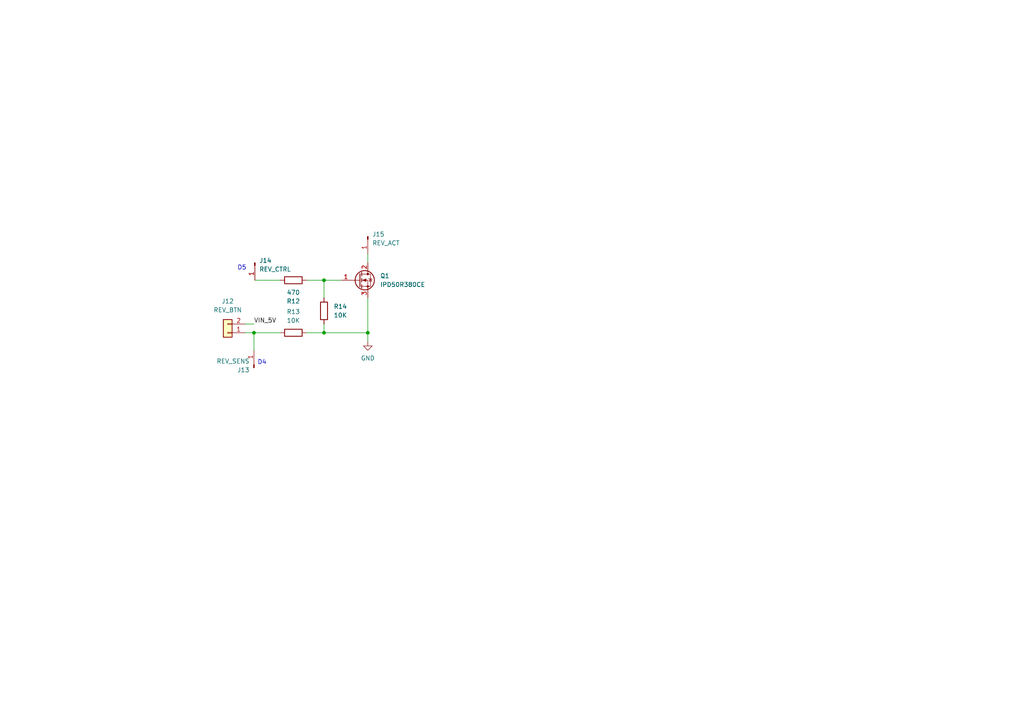
<source format=kicad_sch>
(kicad_sch (version 20211123) (generator eeschema)
  (paper "A4")
  (lib_symbols
    (symbol "Connector:Conn_01x01_Male" (pin_names (offset 1.016) hide)
      (property "Reference" "J" (at 0 2.54 0))
      (property "Value" "Conn_01x01_Male" (at 0 -2.54 0))
      (symbol "Conn_01x01_Male_1_1"
        (polyline (pts (xy 1.27 0) (xy 0.8636 0)) (stroke (width 0.1524)))
        (rectangle (start 0.8636 0.127) (end 0 -0.127) (stroke (width 0.1524)) (fill (type outline)))
        (pin passive line (at 5.08 0 180) (length 3.81) (name "Pin_1") (number "1"))
      )
    )
    (symbol "Connector_Generic:Conn_01x02" (pin_names (offset 1.016) hide)
      (property "Reference" "J" (at 0 2.54 0))
      (property "Value" "Conn_01x02" (at 0 -5.08 0))
      (symbol "Conn_01x02_1_1"
        (rectangle (start -1.27 -2.413) (end 0 -2.667) (stroke (width 0.1524)))
        (rectangle (start -1.27 0.127) (end 0 -0.127) (stroke (width 0.1524)))
        (rectangle (start -1.27 1.27) (end 1.27 -3.81) (stroke (width 0.254)) (fill (type background)))
        (pin passive line (at -5.08 0 0) (length 3.81) (name "Pin_1") (number "1"))
        (pin passive line (at -5.08 -2.54 0) (length 3.81) (name "Pin_2") (number "2"))
      )
    )
    (symbol "Device:R" (pin_numbers hide) (pin_names (offset 0))
      (property "Reference" "R" (at 2.032 0 90))
      (property "Value" "R" (at 0 0 90))
      (symbol "R_0_1"
        (rectangle (start -1.016 -2.54) (end 1.016 2.54) (stroke (width 0.254)))
      )
      (symbol "R_1_1"
        (pin passive line (at 0 3.81 270) (length 1.27) (name "~") (number "1"))
        (pin passive line (at 0 -3.81 90) (length 1.27) (name "~") (number "2"))
      )
    )
    (symbol "Transistor_FET:IPD50R380CE" (pin_names hide)
      (property "Reference" "Q" (at 5.08 1.905 0))
      (property "Value" "IPD50R380CE" (at 5.08 0 0))
      (symbol "IPD50R380CE_0_1"
        (polyline (pts (xy 0.254 0) (xy -2.54 0)))
        (polyline (pts (xy 0.254 1.905) (xy 0.254 -1.905)) (stroke (width 0.254)))
        (polyline (pts (xy 0.762 -1.27) (xy 0.762 -2.286)) (stroke (width 0.254)))
        (polyline (pts (xy 0.762 0.508) (xy 0.762 -0.508)) (stroke (width 0.254)))
        (polyline (pts (xy 0.762 2.286) (xy 0.762 1.27)) (stroke (width 0.254)))
        (polyline (pts (xy 2.54 2.54) (xy 2.54 1.778)))
        (polyline (pts (xy 2.54 -2.54) (xy 2.54 0) (xy 0.762 0)))
        (polyline (pts (xy 0.762 -1.778) (xy 3.302 -1.778) (xy 3.302 1.778) (xy 0.762 1.778)))
        (polyline (pts (xy 1.016 0) (xy 2.032 0.381) (xy 2.032 -0.381) (xy 1.016 0)) (fill (type outline)))
        (polyline (pts (xy 2.794 0.508) (xy 2.921 0.381) (xy 3.683 0.381) (xy 3.81 0.254)))
        (polyline (pts (xy 3.302 0.381) (xy 2.921 -0.254) (xy 3.683 -0.254) (xy 3.302 0.381)))
        (circle (center 1.651 0) (radius 2.794) (stroke (width 0.254)))
        (circle (center 2.54 -1.778) (radius 0.254) (fill (type outline)))
        (circle (center 2.54 1.778) (radius 0.254) (fill (type outline)))
      )
      (symbol "IPD50R380CE_1_1"
        (pin input line (at -5.08 0 0) (length 2.54) (name "G") (number "1"))
        (pin passive line (at 2.54 5.08 270) (length 2.54) (name "D") (number "2"))
        (pin passive line (at 2.54 -5.08 90) (length 2.54) (name "S") (number "3"))
      )
    )
    (symbol "power:GND" (power) (pin_names (offset 0))
      (property "Value" "GND" (at 0 -3.81 0))
      (symbol "GND_0_1"
        (polyline (pts (xy 0 0) (xy 0 -1.27) (xy 1.27 -1.27) (xy 0 -2.54) (xy -1.27 -1.27) (xy 0 -1.27)))
      )
      (symbol "GND_1_1"
        (pin power_in line (at 0 0 270) (length 0) hide (name "GND") (number "1"))
      )
    )
  )
  (junction (at 93.98 96.52))
  (junction (at 73.66 96.52))
  (junction (at 106.68 96.52))
  (junction (at 93.98 81.28))
  (wire (pts (xy 106.68 86.36) (xy 106.68 96.52)))
  (wire (pts (xy 73.66 96.52) (xy 73.66 101.6)))
  (wire (pts (xy 106.68 96.52) (xy 106.68 99.06)))
  (wire (pts (xy 106.68 96.52) (xy 93.98 96.52)))
  (wire (pts (xy 106.68 73.66) (xy 106.68 76.2)))
  (wire (pts (xy 93.98 93.98) (xy 93.98 96.52)))
  (wire (pts (xy 71.12 93.98) (xy 73.66 93.98)))
  (wire (pts (xy 88.9 96.52) (xy 93.98 96.52)))
  (wire (pts (xy 71.12 96.52) (xy 73.66 96.52)))
  (wire (pts (xy 73.66 96.52) (xy 81.28 96.52)))
  (wire (pts (xy 93.98 81.28) (xy 99.06 81.28)))
  (wire (pts (xy 88.9 81.28) (xy 93.98 81.28)))
  (wire (pts (xy 73.914 81.28) (xy 81.28 81.28)))
  (wire (pts (xy 93.98 81.28) (xy 93.98 86.36)))
  (text "D5\n" (at 68.834 78.486 0) (effects (font (size 1.27 1.27)) (justify left bottom)))
  (text "D4\n" (at 74.676 105.918 0) (effects (font (size 1.27 1.27)) (justify left bottom)))
  (label "VIN_5V" (at 73.66 93.98 0))
  (symbol (lib_id "Device:R") (at 93.98 90.17 180) (unit 1)
    (property "Reference" "R14" (at 96.774 88.8999 0) (effects (justify right)))
    (property "Value" "10K" (at 96.774 91.4399 0) (effects (justify right)))
    (property "Footprint" "Resistor_THT:R_Axial_DIN0207_L6.3mm_D2.5mm_P10.16mm_Horizontal" (effects hide))
  )
  (symbol (lib_id "Connector:Conn_01x01_Male") (at 73.66 106.68 90) (unit 1)
    (property "Reference" "J13" (at 72.39 107.3151 90) (effects (justify left)))
    (property "Value" "REV_SENS" (at 72.39 104.7751 90) (effects (justify left)))
    (property "Footprint" "Connector_PinHeader_2.54mm:PinHeader_1x01_P2.54mm_Vertical" (effects hide))
  )
  (symbol (lib_id "power:GND") (at 106.68 99.06 0) (unit 1)
    (property "Reference" "#PWR07" (effects hide))
    (property "Value" "GND" (at 106.68 103.886 0))
  )
  (symbol (lib_id "Device:R") (at 85.09 96.52 270) (unit 1)
    (property "Reference" "R13" (at 85.09 90.424 90))
    (property "Value" "10K" (at 85.09 92.964 90))
    (property "Footprint" "Resistor_THT:R_Axial_DIN0207_L6.3mm_D2.5mm_P10.16mm_Horizontal" (effects hide))
  )
  (symbol (lib_id "Connector:Conn_01x01_Male") (at 106.68 68.58 270) (unit 1)
    (property "Reference" "J15" (at 107.95 67.9449 90) (effects (justify left)))
    (property "Value" "REV_ACT" (at 107.95 70.4849 90) (effects (justify left)))
    (property "Footprint" "Connector_PinHeader_2.54mm:PinHeader_1x01_P2.54mm_Vertical" (effects hide))
  )
  (symbol (lib_id "Device:R") (at 85.09 81.28 90) (unit 1)
    (property "Reference" "R12" (at 85.09 87.376 90))
    (property "Value" "470" (at 85.09 84.836 90))
    (property "Footprint" "Resistor_THT:R_Axial_DIN0207_L6.3mm_D2.5mm_P10.16mm_Horizontal" (effects hide))
  )
  (symbol (lib_id "Connector_Generic:Conn_01x02") (at 66.04 96.52 180) (unit 1)
    (property "Reference" "J12" (at 66.04 87.376 0))
    (property "Value" "REV_BTN" (at 66.04 89.916 0))
    (property "Footprint" "Connector_JST:JST_PH_B2B-PH-K_1x02_P2.00mm_Vertical" (effects hide))
  )
  (symbol (lib_id "Transistor_FET:IPD50R380CE") (at 104.14 81.28 0) (unit 1)
    (property "Reference" "Q1" (at 110.236 80.0099 0) (effects (justify left)))
    (property "Value" "IPD50R380CE" (at 110.236 82.5499 0) (effects (justify left)))
    (property "Footprint" "Package_TO_SOT_SMD:TO-252-2" (effects hide))
    (property "Datasheet" "https://www.infineon.com/dgdl/Infineon-IPD50R380CE-DS-v02_01-en.pdf?fileId=db3a30433ecb86d4013ed0a2ef580f38" (effects hide))
  )
  (symbol (lib_id "Connector:Conn_01x01_Male") (at 73.914 76.2 270) (unit 1)
    (property "Reference" "J14" (at 75.184 75.5649 90) (effects (justify left)))
    (property "Value" "REV_CTRL" (at 75.184 78.1049 90) (effects (justify left)))
    (property "Footprint" "Connector_PinHeader_2.54mm:PinHeader_1x01_P2.54mm_Vertical" (effects hide))
  )
)
</source>
